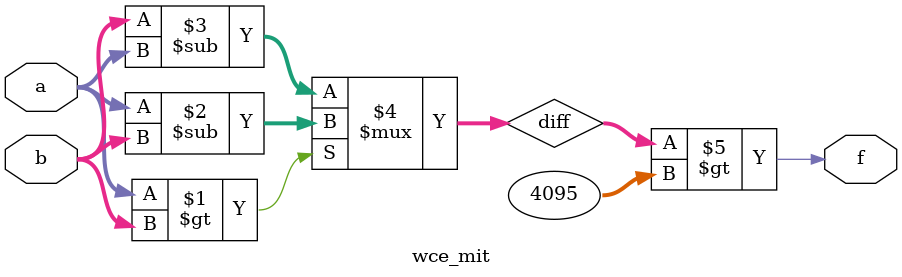
<source format=v>
module wce_mit(a, b, f);
parameter _bit = 16;
parameter wce = 4095;
input [_bit - 1: 0] a;
input [_bit - 1: 0] b;
output f;
wire [_bit - 1: 0] diff;
assign diff = (a > b)? (a - b): (b - a);
assign f = (diff > wce);
endmodule

</source>
